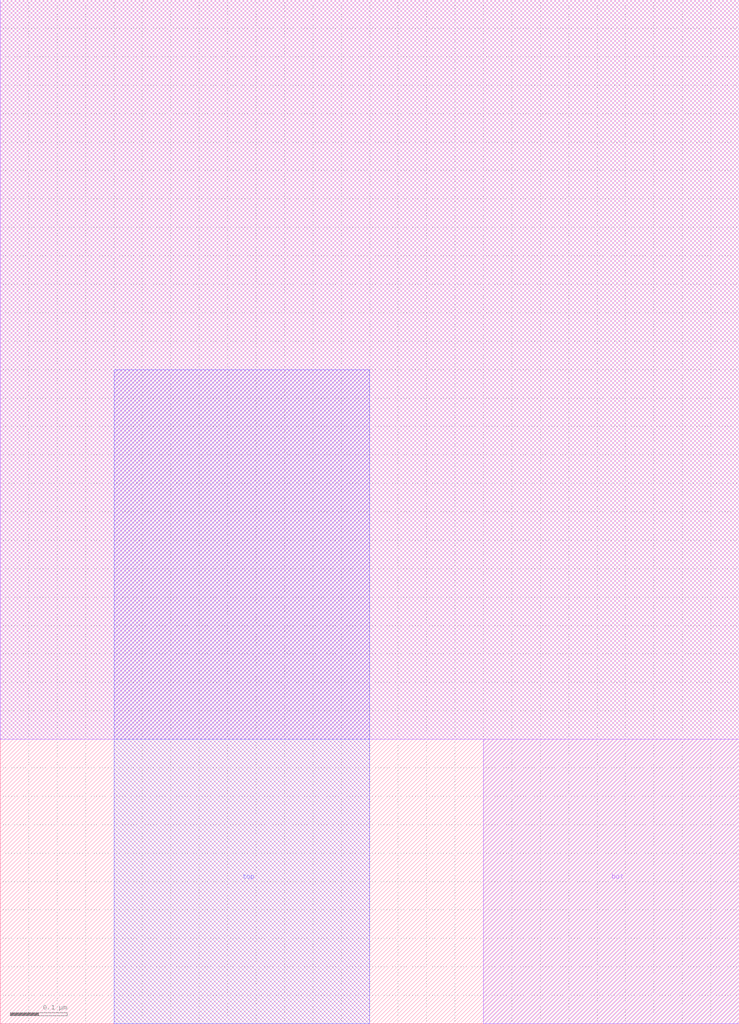
<source format=lef>
VERSION 5.6 ;
#  NOWIREEXTENSIONATPIN ON ;
  DIVIDERCHAR "/" ;
  BUSBITCHARS "[]" ;

MACRO mimcaptut
  CLASS BLOCK ;
  FOREIGN mimcaptut ;
  ORIGIN 0.000 0.000 ;
#  FOREIGN mimcaptut 0 0 ;
  SIZE 1.300 BY 1.800 ;
#  SYMMETRY X Y ;
#  SITE unithd ;
  PIN top
    DIRECTION INOUT ;
    USE SIGNAL ;
    PORT
      LAYER met4 ;
        RECT 0.2 0 0.65 0.5 ;
    END
  END top
  PIN bot
    DIRECTION INOUT ;
    USE SIGNAL ;
    PORT
      LAYER met3 ;
        RECT 0.85 0 1.3 0.5 ;
    END
  END bot
  OBS
      LAYER met3 ;
        RECT 0.000 0.500 1.300 1.800 ;
      LAYER met4 ;
        RECT 0.200 0.500 0.650 1.150 ;
  END
END mimcaptut
END LIBRARY


</source>
